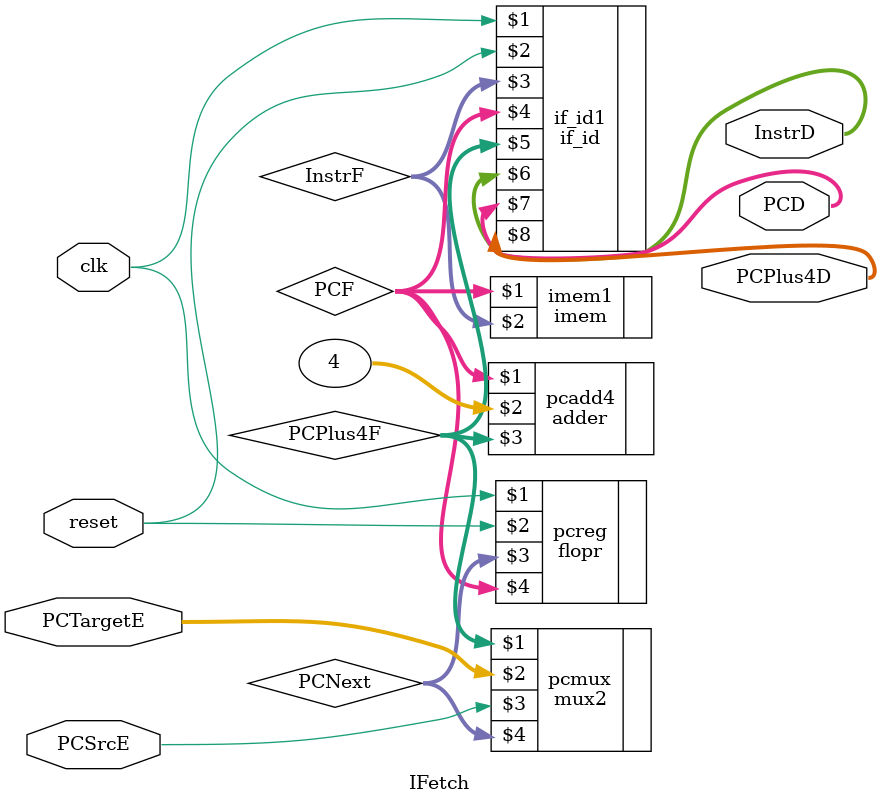
<source format=sv>
module IFetch (
   input  logic         clk, reset,
   input  logic         PCSrcE,
   input  logic  [31:0] PCTargetE,
   output logic  [31:0] InstrD,
   output logic  [31:0] PCD,PCPlus4D   
   );

   logic [31:0] PCNext, PCF;
   logic [31:0] InstrF,PCPlus4F;

   mux2 #(32)  pcmux(PCPlus4F, PCTargetE, PCSrcE, PCNext);

  flopr #(32) pcreg(clk, reset, PCNext, PCF); 
  adder       pcadd4(PCF, 32'd4, PCPlus4F);
  
  imem imem1(PCF, InstrF);
  
   if_id  if_id1  (clk, reset,InstrF, PCF,PCPlus4F,InstrD,PCD,PCPlus4D);

endmodule

</source>
